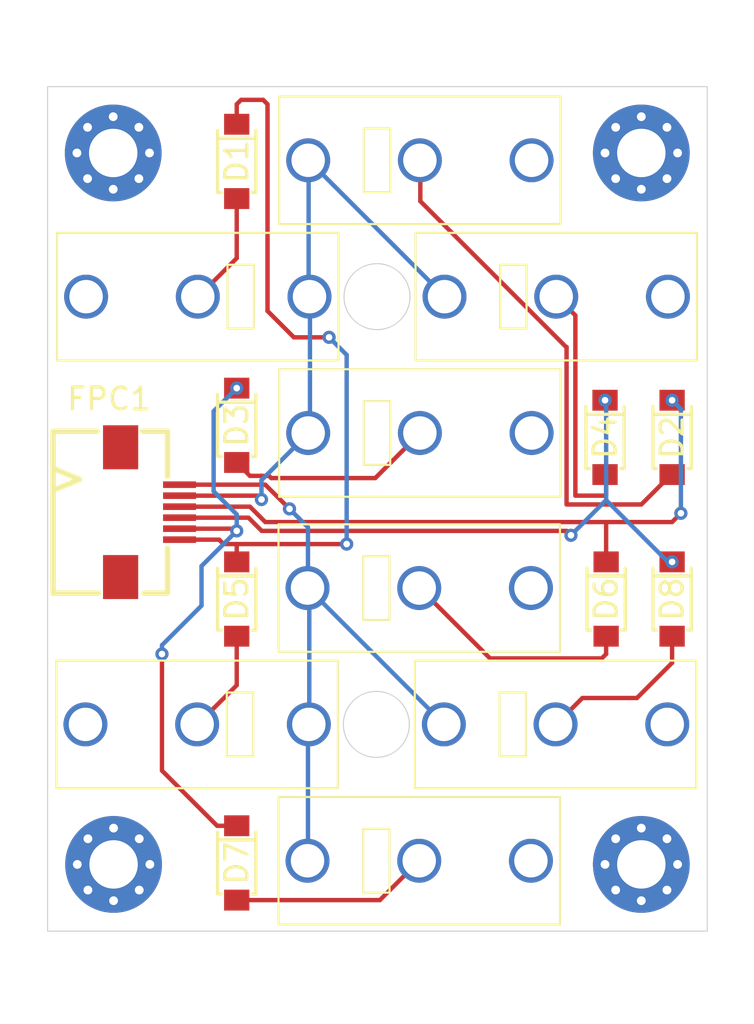
<source format=kicad_pcb>
(kicad_pcb (version 20241229) (generator "pcbnew") (generator_version "9.0")
  (layers (0 "F.Cu" signal) (2 "B.Cu" signal) (13 "F.Paste" user) (15 "B.Paste" user) (5 "F.SilkS" user "F.Silkscreen") (7 "B.SilkS" user "B.Silkscreen") (1 "F.Mask" user) (3 "B.Mask" user) (25 "Edge.Cuts" user))
  (net 0 "")
  (net 1 "row2")
  (net 2 "col5")
  (net 3 "row3")
  (net 4 "row4")
  (net 5 "row1")
  (net 6 "col6")
  (net 7 "Net-(D2-A)")
  (net 8 "Net-(D3-A)")
  (net 9 "Net-(D1-A)")
  (net 10 "Net-(D5-A)")
  (net 11 "Net-(D6-A)")
  (net 12 "Net-(D8-A)")
  (net 15 "Net-(D4-A)")
  (net 16 "Net-(D7-A)")
  (footprint "easyeda2kicad:SOD-123_L2.8-W1.8-LS3.7-RD-1" (layer "F.Cu") (at 61.65 73.5 -90)
    (property "Reference" "D2" (at 0 0 90) (layer "F.SilkS"))
    (property "Value" "1N4148W_C917030")
    (fp_line (start -1.41 0.87) (end 1.41 0.87) (stroke (width 0.15)) (layer "F.SilkS"))
    (fp_line (start 1.41 0.87) (end 1.41 0.7) (stroke (width 0.15)) (layer "F.SilkS"))
    (fp_line (start -1.41 -0.87) (end 1.41 -0.87) (stroke (width 0.15)) (layer "F.SilkS"))
    (fp_line (start -1.05 -0.87) (end -1.05 0.87) (stroke (width 0.15)) (layer "F.SilkS"))
    (fp_line (start 1.41 -0.87) (end 1.41 -0.7) (stroke (width 0.15)) (layer "F.SilkS"))
    (pad "1" smd rect (at -1.69 0 270) (size 0.95 1.15) (layers "F.Cu" "F.Mask" "F.Paste") (net 4 "row4"))
    (pad "2" smd rect (at 1.69 0 270) (size 0.95 1.15) (layers "F.Cu" "F.Mask" "F.Paste") (net 7 "Net-(D2-A)"))
  )
  (footprint "easyeda2kicad:SOD-123_L2.8-W1.8-LS3.7-RD-1" (layer "F.Cu") (at 61.65 80.85 -90)
    (property "Reference" "D8" (at 0 0 90) (layer "F.SilkS"))
    (property "Value" "1N4148W_C917030")
    (fp_line (start -1.41 0.87) (end 1.41 0.87) (stroke (width 0.15)) (layer "F.SilkS"))
    (fp_line (start 1.41 0.87) (end 1.41 0.7) (stroke (width 0.15)) (layer "F.SilkS"))
    (fp_line (start -1.41 -0.87) (end 1.41 -0.87) (stroke (width 0.15)) (layer "F.SilkS"))
    (fp_line (start -1.05 -0.87) (end -1.05 0.87) (stroke (width 0.15)) (layer "F.SilkS"))
    (fp_line (start 1.41 -0.87) (end 1.41 -0.7) (stroke (width 0.15)) (layer "F.SilkS"))
    (pad "1" smd rect (at -1.69 0 270) (size 0.95 1.15) (layers "F.Cu" "F.Mask" "F.Paste") (net 3 "row3"))
    (pad "2" smd rect (at 1.69 0 270) (size 0.95 1.15) (layers "F.Cu" "F.Mask" "F.Paste") (net 12 "Net-(D8-A)"))
  )
  (footprint "footprints:MountingHole_2.2mm_M2_Pad_Via" (layer "F.Cu") (at 36.25 92.916726)
    (property "Reference" "H4")
    (property "Value" "MountingHole")
    (pad "1" thru_hole circle (at -1.65 0) (size 0.7 0.7) (drill 0.4) (layers "*.Cu" "*.Mask"))
    (pad "1" thru_hole circle (at -1.166726 -1.166726) (size 0.7 0.7) (drill 0.4) (layers "*.Cu" "*.Mask"))
    (pad "1" thru_hole circle (at -1.166726 1.166726) (size 0.7 0.7) (drill 0.4) (layers "*.Cu" "*.Mask"))
    (pad "1" thru_hole circle (at 0 -1.65) (size 0.7 0.7) (drill 0.4) (layers "*.Cu" "*.Mask"))
    (pad "1" thru_hole circle (at 0 0) (size 4.4 4.4) (drill 2.2) (layers "*.Cu" "*.Mask"))
    (pad "1" thru_hole circle (at 0 1.65) (size 0.7 0.7) (drill 0.4) (layers "*.Cu" "*.Mask"))
    (pad "1" thru_hole circle (at 1.166726 -1.166726) (size 0.7 0.7) (drill 0.4) (layers "*.Cu" "*.Mask"))
    (pad "1" thru_hole circle (at 1.166726 1.166726) (size 0.7 0.7) (drill 0.4) (layers "*.Cu" "*.Mask"))
    (pad "1" thru_hole circle (at 1.65 0) (size 0.7 0.7) (drill 0.4) (layers "*.Cu" "*.Mask"))
  )
  (footprint "easyeda2kicad:SOD-123_L2.8-W1.8-LS3.7-RD-1" (layer "F.Cu") (at 58.6 73.5 -90)
    (property "Reference" "D4" (at 0 0 90) (layer "F.SilkS"))
    (property "Value" "1N4148W_C917030")
    (fp_line (start -1.41 0.87) (end 1.41 0.87) (stroke (width 0.15)) (layer "F.SilkS"))
    (fp_line (start 1.41 0.87) (end 1.41 0.7) (stroke (width 0.15)) (layer "F.SilkS"))
    (fp_line (start -1.41 -0.87) (end 1.41 -0.87) (stroke (width 0.15)) (layer "F.SilkS"))
    (fp_line (start -1.05 -0.87) (end -1.05 0.87) (stroke (width 0.15)) (layer "F.SilkS"))
    (fp_line (start 1.41 -0.87) (end 1.41 -0.7) (stroke (width 0.15)) (layer "F.SilkS"))
    (pad "1" smd rect (at -1.69 0 270) (size 0.95 1.15) (layers "F.Cu" "F.Mask" "F.Paste") (net 3 "row3"))
    (pad "2" smd rect (at 1.69 0 270) (size 0.95 1.15) (layers "F.Cu" "F.Mask" "F.Paste") (net 15 "Net-(D4-A)"))
  )
  (footprint "easyeda2kicad:SOD-123_L2.8-W1.8-LS3.7-RD-1" (layer "F.Cu") (at 41.85 92.85 -90)
    (property "Reference" "D7" (at 0 0 90) (layer "F.SilkS"))
    (property "Value" "1N4148W_C917030")
    (fp_line (start -1.41 0.87) (end 1.41 0.87) (stroke (width 0.15)) (layer "F.SilkS"))
    (fp_line (start 1.41 0.87) (end 1.41 0.7) (stroke (width 0.15)) (layer "F.SilkS"))
    (fp_line (start -1.41 -0.87) (end 1.41 -0.87) (stroke (width 0.15)) (layer "F.SilkS"))
    (fp_line (start -1.05 -0.87) (end -1.05 0.87) (stroke (width 0.15)) (layer "F.SilkS"))
    (fp_line (start 1.41 -0.87) (end 1.41 -0.7) (stroke (width 0.15)) (layer "F.SilkS"))
    (pad "1" smd rect (at -1.69 0 270) (size 0.95 1.15) (layers "F.Cu" "F.Mask" "F.Paste") (net 1 "row2"))
    (pad "2" smd rect (at 1.69 0 270) (size 0.95 1.15) (layers "F.Cu" "F.Mask" "F.Paste") (net 16 "Net-(D7-A)"))
  )
  (footprint "easyeda2kicad:SOD-123_L2.8-W1.8-LS3.7-RD-1" (layer "F.Cu") (at 41.85 60.95 -90)
    (property "Reference" "D1" (at 0 0 90) (layer "F.SilkS"))
    (property "Value" "1N4148W_C917030")
    (fp_line (start -1.41 0.87) (end 1.41 0.87) (stroke (width 0.15)) (layer "F.SilkS"))
    (fp_line (start 1.41 0.87) (end 1.41 0.7) (stroke (width 0.15)) (layer "F.SilkS"))
    (fp_line (start -1.41 -0.87) (end 1.41 -0.87) (stroke (width 0.15)) (layer "F.SilkS"))
    (fp_line (start -1.05 -0.87) (end -1.05 0.87) (stroke (width 0.15)) (layer "F.SilkS"))
    (fp_line (start 1.41 -0.87) (end 1.41 -0.7) (stroke (width 0.15)) (layer "F.SilkS"))
    (pad "1" smd rect (at -1.69 0 270) (size 0.95 1.15) (layers "F.Cu" "F.Mask" "F.Paste") (net 5 "row1"))
    (pad "2" smd rect (at 1.69 0 270) (size 0.95 1.15) (layers "F.Cu" "F.Mask" "F.Paste") (net 9 "Net-(D1-A)"))
  )
  (footprint "easyeda2kicad:SOD-123_L2.8-W1.8-LS3.7-RD-1" (layer "F.Cu") (at 58.65 80.85 -90)
    (property "Reference" "D6" (at 0 0 90) (layer "F.SilkS"))
    (property "Value" "1N4148W_C917030")
    (fp_line (start -1.41 0.87) (end 1.41 0.87) (stroke (width 0.15)) (layer "F.SilkS"))
    (fp_line (start 1.41 0.87) (end 1.41 0.7) (stroke (width 0.15)) (layer "F.SilkS"))
    (fp_line (start -1.41 -0.87) (end 1.41 -0.87) (stroke (width 0.15)) (layer "F.SilkS"))
    (fp_line (start -1.05 -0.87) (end -1.05 0.87) (stroke (width 0.15)) (layer "F.SilkS"))
    (fp_line (start 1.41 -0.87) (end 1.41 -0.7) (stroke (width 0.15)) (layer "F.SilkS"))
    (pad "1" smd rect (at -1.69 0 270) (size 0.95 1.15) (layers "F.Cu" "F.Mask" "F.Paste") (net 4 "row4"))
    (pad "2" smd rect (at 1.69 0 270) (size 0.95 1.15) (layers "F.Cu" "F.Mask" "F.Paste") (net 11 "Net-(D6-A)"))
  )
  (footprint "easyeda2kicad:FPC-SMD_AFC01-S06FCC-00" (layer "F.Cu") (at 37.91 76.9 -90)
    (property "Reference" "FPC1" (at -5.15 1.86 180) (layer "F.SilkS"))
    (property "Value" "AFC01-S06FCC-00")
    (fp_line (start -3.68 4.41) (end 3.7 4.41) (stroke (width 0.25)) (layer "F.SilkS"))
    (fp_line (start -1 4.4) (end -1.49 3.2) (stroke (width 0.25)) (layer "F.SilkS"))
    (fp_line (start -1.49 3.2) (end -1.99 4.41) (stroke (width 0.25)) (layer "F.SilkS"))
    (fp_line (start -3.68 2.41) (end -3.68 4.41) (stroke (width 0.25)) (layer "F.SilkS"))
    (fp_line (start 3.68 2.34) (end 3.68 4.41) (stroke (width 0.25)) (layer "F.SilkS"))
    (fp_line (start -3.68 -0.79) (end -3.68 0.34) (stroke (width 0.25)) (layer "F.SilkS"))
    (fp_line (start -3.68 -0.79) (end -1.63 -0.79) (stroke (width 0.25)) (layer "F.SilkS"))
    (fp_line (start 1.63 -0.79) (end 3.68 -0.79) (stroke (width 0.25)) (layer "F.SilkS"))
    (fp_line (start 3.68 -0.79) (end 3.68 0.27) (stroke (width 0.25)) (layer "F.SilkS"))
    (pad "1" smd rect (at -1.25 -1.34 270) (size 0.3 1.5) (layers "F.Cu" "F.Mask" "F.Paste") (net 6 "col6"))
    (pad "2" smd rect (at -0.75 -1.34 270) (size 0.3 1.5) (layers "F.Cu" "F.Mask" "F.Paste") (net 2 "col5"))
    (pad "3" smd rect (at -0.25 -1.34 270) (size 0.3 1.5) (layers "F.Cu" "F.Mask" "F.Paste") (net 4 "row4"))
    (pad "4" smd rect (at 0.25 -1.34 270) (size 0.3 1.5) (layers "F.Cu" "F.Mask" "F.Paste") (net 3 "row3"))
    (pad "5" smd rect (at 0.75 -1.34 270) (size 0.3 1.5) (layers "F.Cu" "F.Mask" "F.Paste") (net 1 "row2"))
    (pad "6" smd rect (at 1.25 -1.34 270) (size 0.3 1.5) (layers "F.Cu" "F.Mask" "F.Paste") (net 5 "row1"))
    (pad "7" smd rect (at -2.95 1.34 270) (size 2 1.6) (layers "F.Cu" "F.Mask" "F.Paste"))
    (pad "8" smd rect (at 2.95 1.34 90) (size 2 1.6) (layers "F.Cu" "F.Mask" "F.Paste"))
  )
  (footprint "footprints:MountingHole_2.2mm_M2_Pad_Via" (layer "F.Cu") (at 36.233274 60.566726)
    (property "Reference" "H3")
    (property "Value" "MountingHole")
    (pad "1" thru_hole circle (at -1.65 0) (size 0.7 0.7) (drill 0.4) (layers "*.Cu" "*.Mask"))
    (pad "1" thru_hole circle (at -1.166726 -1.166726) (size 0.7 0.7) (drill 0.4) (layers "*.Cu" "*.Mask"))
    (pad "1" thru_hole circle (at -1.166726 1.166726) (size 0.7 0.7) (drill 0.4) (layers "*.Cu" "*.Mask"))
    (pad "1" thru_hole circle (at 0 -1.65) (size 0.7 0.7) (drill 0.4) (layers "*.Cu" "*.Mask"))
    (pad "1" thru_hole circle (at 0 0) (size 4.4 4.4) (drill 2.2) (layers "*.Cu" "*.Mask"))
    (pad "1" thru_hole circle (at 0 1.65) (size 0.7 0.7) (drill 0.4) (layers "*.Cu" "*.Mask"))
    (pad "1" thru_hole circle (at 1.166726 -1.166726) (size 0.7 0.7) (drill 0.4) (layers "*.Cu" "*.Mask"))
    (pad "1" thru_hole circle (at 1.166726 1.166726) (size 0.7 0.7) (drill 0.4) (layers "*.Cu" "*.Mask"))
    (pad "1" thru_hole circle (at 1.65 0) (size 0.7 0.7) (drill 0.4) (layers "*.Cu" "*.Mask"))
  )
  (footprint "footprints:MountingHole_2.2mm_M2_Pad_Via" (layer "F.Cu") (at 60.25 92.916726)
    (property "Reference" "H5")
    (property "Value" "MountingHole")
    (pad "1" thru_hole circle (at -1.65 0) (size 0.7 0.7) (drill 0.4) (layers "*.Cu" "*.Mask"))
    (pad "1" thru_hole circle (at -1.166726 -1.166726) (size 0.7 0.7) (drill 0.4) (layers "*.Cu" "*.Mask"))
    (pad "1" thru_hole circle (at -1.166726 1.166726) (size 0.7 0.7) (drill 0.4) (layers "*.Cu" "*.Mask"))
    (pad "1" thru_hole circle (at 0 -1.65) (size 0.7 0.7) (drill 0.4) (layers "*.Cu" "*.Mask"))
    (pad "1" thru_hole circle (at 0 0) (size 4.4 4.4) (drill 2.2) (layers "*.Cu" "*.Mask"))
    (pad "1" thru_hole circle (at 0 1.65) (size 0.7 0.7) (drill 0.4) (layers "*.Cu" "*.Mask"))
    (pad "1" thru_hole circle (at 1.166726 -1.166726) (size 0.7 0.7) (drill 0.4) (layers "*.Cu" "*.Mask"))
    (pad "1" thru_hole circle (at 1.166726 1.166726) (size 0.7 0.7) (drill 0.4) (layers "*.Cu" "*.Mask"))
    (pad "1" thru_hole circle (at 1.65 0) (size 0.7 0.7) (drill 0.4) (layers "*.Cu" "*.Mask"))
  )
  (footprint "easyeda2kicad:SOD-123_L2.8-W1.8-LS3.7-RD-1" (layer "F.Cu") (at 41.85 80.85 -90)
    (property "Reference" "D5" (at 0 0 90) (layer "F.SilkS"))
    (property "Value" "1N4148W_C917030")
    (fp_line (start -1.41 0.87) (end 1.41 0.87) (stroke (width 0.15)) (layer "F.SilkS"))
    (fp_line (start 1.41 0.87) (end 1.41 0.7) (stroke (width 0.15)) (layer "F.SilkS"))
    (fp_line (start -1.41 -0.87) (end 1.41 -0.87) (stroke (width 0.15)) (layer "F.SilkS"))
    (fp_line (start -1.05 -0.87) (end -1.05 0.87) (stroke (width 0.15)) (layer "F.SilkS"))
    (fp_line (start 1.41 -0.87) (end 1.41 -0.7) (stroke (width 0.15)) (layer "F.SilkS"))
    (pad "1" smd rect (at -1.69 0 270) (size 0.95 1.15) (layers "F.Cu" "F.Mask" "F.Paste") (net 5 "row1"))
    (pad "2" smd rect (at 1.69 0 270) (size 0.95 1.15) (layers "F.Cu" "F.Mask" "F.Paste") (net 10 "Net-(D5-A)"))
  )
  (footprint "easyeda2kicad:SOD-123_L2.8-W1.8-LS3.7-RD-1" (layer "F.Cu") (at 41.85 72.95 -90)
    (property "Reference" "D3" (at 0 0 90) (layer "F.SilkS"))
    (property "Value" "1N4148W_C917030")
    (fp_line (start -1.41 0.87) (end 1.41 0.87) (stroke (width 0.15)) (layer "F.SilkS"))
    (fp_line (start 1.41 0.87) (end 1.41 0.7) (stroke (width 0.15)) (layer "F.SilkS"))
    (fp_line (start -1.41 -0.87) (end 1.41 -0.87) (stroke (width 0.15)) (layer "F.SilkS"))
    (fp_line (start -1.05 -0.87) (end -1.05 0.87) (stroke (width 0.15)) (layer "F.SilkS"))
    (fp_line (start 1.41 -0.87) (end 1.41 -0.7) (stroke (width 0.15)) (layer "F.SilkS"))
    (pad "1" smd rect (at -1.69 0 270) (size 0.95 1.15) (layers "F.Cu" "F.Mask" "F.Paste") (net 1 "row2"))
    (pad "2" smd rect (at 1.69 0 270) (size 0.95 1.15) (layers "F.Cu" "F.Mask" "F.Paste") (net 8 "Net-(D3-A)"))
  )
  (footprint "footprints:mouse-switch-cluster" (layer "F.Cu") (at 48.2 86.55 90)
    (property "Reference" "SW2" (hide yes))
    (property "Value" "~")
    (fp_rect (start 1.45 -5.6) (end -1.45 -6.8) (stroke (width 0.1)) (fill no) (layer "F.SilkS"))
    (fp_rect (start 3.3 -4.45) (end 9.1 8.35) (stroke (width 0.1)) (fill no) (layer "F.SilkS"))
    (fp_rect (start -9.1 -4.45) (end -3.3 8.35) (stroke (width 0.1)) (fill no) (layer "F.SilkS"))
    (fp_rect (start 2.9 -1.75) (end -2.9 -14.55) (stroke (width 0.1)) (fill no) (layer "F.SilkS"))
    (fp_rect (start 4.75 -0.6) (end 7.65 0.6) (stroke (width 0.1)) (fill no) (layer "F.SilkS"))
    (fp_rect (start -7.65 -0.6) (end -4.75 0.6) (stroke (width 0.1)) (fill no) (layer "F.SilkS"))
    (fp_rect (start -2.9 1.75) (end 2.9 14.55) (stroke (width 0.1)) (fill no) (layer "F.SilkS"))
    (fp_rect (start -1.45 5.6) (end 1.45 6.8) (stroke (width 0.1)) (fill no) (layer "F.SilkS"))
    (fp_circle (center 0 0) (end 1.5 0) (stroke (width 0.05)) (fill no) (layer "Edge.Cuts"))
    (pad "" thru_hole circle (at -6.2 7.03 90) (size 2 2) (drill 1.52) (layers "*.Cu" "*.Mask"))
    (pad "" thru_hole circle (at 0 -13.23 270) (size 2 2) (drill 1.52) (layers "*.Cu" "*.Mask"))
    (pad "" thru_hole circle (at 0 13.23 90) (size 2 2) (drill 1.52) (layers "*.Cu" "*.Mask"))
    (pad "" thru_hole circle (at 6.2 7.03 90) (size 2 2) (drill 1.52) (layers "*.Cu" "*.Mask"))
    (pad "1" thru_hole circle (at 0 -3.07 270) (size 2 2) (drill 1.52) (layers "*.Cu" "*.Mask") (net 6 "col6"))
    (pad "2" thru_hole circle (at 0 -8.15 270) (size 2 2) (drill 1.52) (layers "*.Cu" "*.Mask") (net 10 "Net-(D5-A)"))
    (pad "3" thru_hole circle (at -6.2 -3.13 90) (size 2 2) (drill 1.52) (layers "*.Cu" "*.Mask") (net 6 "col6"))
    (pad "4" thru_hole circle (at -6.2 1.95 90) (size 2 2) (drill 1.52) (layers "*.Cu" "*.Mask") (net 16 "Net-(D7-A)"))
    (pad "5" thru_hole circle (at 0 3.07 90) (size 2 2) (drill 1.52) (layers "*.Cu" "*.Mask") (net 6 "col6"))
    (pad "6" thru_hole circle (at 0 8.15 90) (size 2 2) (drill 1.52) (layers "*.Cu" "*.Mask") (net 12 "Net-(D8-A)"))
    (pad "7" thru_hole circle (at 6.2 -3.13 90) (size 2 2) (drill 1.52) (layers "*.Cu" "*.Mask") (net 6 "col6"))
    (pad "8" thru_hole circle (at 6.2 1.95 90) (size 2 2) (drill 1.52) (layers "*.Cu" "*.Mask") (net 11 "Net-(D6-A)"))
  )
  (footprint "footprints:mouse-switch-cluster" (layer "F.Cu") (at 48.23 67.1 90)
    (property "Reference" "SW1" (hide yes))
    (property "Value" "~")
    (fp_rect (start 1.45 -5.6) (end -1.45 -6.8) (stroke (width 0.1)) (fill no) (layer "F.SilkS"))
    (fp_rect (start 3.3 -4.45) (end 9.1 8.35) (stroke (width 0.1)) (fill no) (layer "F.SilkS"))
    (fp_rect (start -9.1 -4.45) (end -3.3 8.35) (stroke (width 0.1)) (fill no) (layer "F.SilkS"))
    (fp_rect (start 2.9 -1.75) (end -2.9 -14.55) (stroke (width 0.1)) (fill no) (layer "F.SilkS"))
    (fp_rect (start 4.75 -0.6) (end 7.65 0.6) (stroke (width 0.1)) (fill no) (layer "F.SilkS"))
    (fp_rect (start -7.65 -0.6) (end -4.75 0.6) (stroke (width 0.1)) (fill no) (layer "F.SilkS"))
    (fp_rect (start -2.9 1.75) (end 2.9 14.55) (stroke (width 0.1)) (fill no) (layer "F.SilkS"))
    (fp_rect (start -1.45 5.6) (end 1.45 6.8) (stroke (width 0.1)) (fill no) (layer "F.SilkS"))
    (fp_circle (center 0 0) (end 1.5 0) (stroke (width 0.05)) (fill no) (layer "Edge.Cuts"))
    (pad "" thru_hole circle (at -6.2 7.03 90) (size 2 2) (drill 1.52) (layers "*.Cu" "*.Mask"))
    (pad "" thru_hole circle (at 0 -13.23 270) (size 2 2) (drill 1.52) (layers "*.Cu" "*.Mask"))
    (pad "" thru_hole circle (at 0 13.23 90) (size 2 2) (drill 1.52) (layers "*.Cu" "*.Mask"))
    (pad "" thru_hole circle (at 6.2 7.03 90) (size 2 2) (drill 1.52) (layers "*.Cu" "*.Mask"))
    (pad "1" thru_hole circle (at 0 -3.07 270) (size 2 2) (drill 1.52) (layers "*.Cu" "*.Mask") (net 2 "col5"))
    (pad "2" thru_hole circle (at 0 -8.15 270) (size 2 2) (drill 1.52) (layers "*.Cu" "*.Mask") (net 9 "Net-(D1-A)"))
    (pad "3" thru_hole circle (at -6.2 -3.13 90) (size 2 2) (drill 1.52) (layers "*.Cu" "*.Mask") (net 2 "col5"))
    (pad "4" thru_hole circle (at -6.2 1.95 90) (size 2 2) (drill 1.52) (layers "*.Cu" "*.Mask") (net 8 "Net-(D3-A)"))
    (pad "5" thru_hole circle (at 0 3.07 90) (size 2 2) (drill 1.52) (layers "*.Cu" "*.Mask") (net 2 "col5"))
    (pad "6" thru_hole circle (at 0 8.15 90) (size 2 2) (drill 1.52) (layers "*.Cu" "*.Mask") (net 15 "Net-(D4-A)"))
    (pad "7" thru_hole circle (at 6.2 -3.13 90) (size 2 2) (drill 1.52) (layers "*.Cu" "*.Mask") (net 2 "col5"))
    (pad "8" thru_hole circle (at 6.2 1.95 90) (size 2 2) (drill 1.52) (layers "*.Cu" "*.Mask") (net 7 "Net-(D2-A)"))
  )
  (footprint "footprints:MountingHole_2.2mm_M2_Pad_Via" (layer "F.Cu") (at 60.25 60.566726)
    (property "Reference" "H6")
    (property "Value" "MountingHole")
    (pad "1" thru_hole circle (at -1.65 0) (size 0.7 0.7) (drill 0.4) (layers "*.Cu" "*.Mask"))
    (pad "1" thru_hole circle (at -1.166726 -1.166726) (size 0.7 0.7) (drill 0.4) (layers "*.Cu" "*.Mask"))
    (pad "1" thru_hole circle (at -1.166726 1.166726) (size 0.7 0.7) (drill 0.4) (layers "*.Cu" "*.Mask"))
    (pad "1" thru_hole circle (at 0 -1.65) (size 0.7 0.7) (drill 0.4) (layers "*.Cu" "*.Mask"))
    (pad "1" thru_hole circle (at 0 0) (size 4.4 4.4) (drill 2.2) (layers "*.Cu" "*.Mask"))
    (pad "1" thru_hole circle (at 0 1.65) (size 0.7 0.7) (drill 0.4) (layers "*.Cu" "*.Mask"))
    (pad "1" thru_hole circle (at 1.166726 -1.166726) (size 0.7 0.7) (drill 0.4) (layers "*.Cu" "*.Mask"))
    (pad "1" thru_hole circle (at 1.166726 1.166726) (size 0.7 0.7) (drill 0.4) (layers "*.Cu" "*.Mask"))
    (pad "1" thru_hole circle (at 1.65 0) (size 0.7 0.7) (drill 0.4) (layers "*.Cu" "*.Mask"))
  )
  (gr_rect (start 33.25 57.55) (end 63.25 95.95) (stroke (width 0.05)) (fill no) (layer "Edge.Cuts"))
  (segment (start 40.96 91.16) (end 38.45 88.65) (width 0.2) (layer "F.Cu") (net 1))
  (segment (start 41.85 91.16) (end 40.96 91.16) (width 0.2) (layer "F.Cu") (net 1))
  (segment (start 41.75 77.65) (end 41.85 77.75) (width 0.2) (layer "F.Cu") (net 1))
  (segment (start 38.45 88.65) (end 38.45 83.35) (width 0.2) (layer "F.Cu") (net 1))
  (segment (start 39.25 77.65) (end 41.75 77.65) (width 0.2) (layer "F.Cu") (net 1))
  (via (at 38.45 83.35) (size 0.6) (drill 0.3) (layers "F.Cu" "B.Cu") (net 1))
  (via (at 41.85 77.75) (size 0.6) (drill 0.3) (layers "F.Cu" "B.Cu") (net 1))
  (via (at 41.85 71.26) (size 0.6) (drill 0.3) (layers "F.Cu" "B.Cu") (net 1))
  (segment (start 38.45 83.35) (end 38.45 82.95) (width 0.2) (layer "B.Cu") (net 1))
  (segment (start 40.25 79.35) (end 41.85 77.75) (width 0.2) (layer "B.Cu") (net 1))
  (segment (start 41.85 77.75) (end 41.85 77) (width 0.2) (layer "B.Cu") (net 1))
  (segment (start 41.85 77) (end 40.8 75.95) (width 0.2) (layer "B.Cu") (net 1))
  (segment (start 40.8 75.95) (end 40.8 72.31) (width 0.2) (layer "B.Cu") (net 1))
  (segment (start 40.8 72.31) (end 41.85 71.26) (width 0.2) (layer "B.Cu") (net 1))
  (segment (start 38.45 82.95) (end 40.25 81.15) (width 0.2) (layer "B.Cu") (net 1))
  (segment (start 40.25 81.15) (end 40.25 79.35) (width 0.2) (layer "B.Cu") (net 1))
  (segment (start 42.975735 76.324265) (end 42.80147 76.15) (width 0.2) (layer "F.Cu") (net 2))
  (segment (start 42.80147 76.15) (end 39.25 76.15) (width 0.2) (layer "F.Cu") (net 2))
  (via (at 42.975735 76.324265) (size 0.6) (drill 0.3) (layers "F.Cu" "B.Cu") (net 2))
  (segment (start 45.18 67.1) (end 45.18 73.24) (width 0.2) (layer "B.Cu") (net 2))
  (segment (start 45.12 73.3) (end 42.975735 75.444265) (width 0.2) (layer "B.Cu") (net 2))
  (segment (start 45.12 60.9) (end 45.12 67.04) (width 0.2) (layer "B.Cu") (net 2))
  (segment (start 45.12 67.04) (end 45.18 67.1) (width 0.2) (layer "B.Cu") (net 2))
  (segment (start 45.18 73.24) (end 45.12 73.3) (width 0.2) (layer "B.Cu") (net 2))
  (segment (start 42.975735 75.444265) (end 42.975735 76.324265) (width 0.2) (layer "B.Cu") (net 2))
  (segment (start 51.32 67.1) (end 45.12 60.9) (width 0.2) (layer "B.Cu") (net 2))
  (segment (start 56.85 77.75) (end 42.984427 77.75) (width 0.2) (layer "F.Cu") (net 3))
  (segment (start 42.384427 77.15) (end 39.25 77.15) (width 0.2) (layer "F.Cu") (net 3))
  (segment (start 57.05 77.95) (end 56.85 77.75) (width 0.2) (layer "F.Cu") (net 3))
  (segment (start 42.984427 77.75) (end 42.384427 77.15) (width 0.2) (layer "F.Cu") (net 3))
  (via (at 57.05 77.95) (size 0.6) (drill 0.3) (layers "F.Cu" "B.Cu") (net 3))
  (via (at 58.6 71.81) (size 0.6) (drill 0.3) (layers "F.Cu" "B.Cu") (net 3))
  (via (at 61.65 79.16) (size 0.6) (drill 0.3) (layers "F.Cu" "B.Cu") (net 3))
  (segment (start 61.46 79.16) (end 61.65 79.16) (width 0.2) (layer "B.Cu") (net 3))
  (segment (start 57.05 77.95) (end 58.65 76.35) (width 0.2) (layer "B.Cu") (net 3))
  (segment (start 58.65 76.35) (end 61.46 79.16) (width 0.2) (layer "B.Cu") (net 3))
  (segment (start 58.65 76.35) (end 58.65 71.86) (width 0.2) (layer "B.Cu") (net 3))
  (segment (start 58.65 71.86) (end 58.6 71.81) (width 0.2) (layer "B.Cu") (net 3))
  (segment (start 61.65 77.35) (end 62.05 76.95) (width 0.2) (layer "F.Cu") (net 4))
  (segment (start 39.25 76.65) (end 42.451527 76.65) (width 0.2) (layer "F.Cu") (net 4))
  (segment (start 58.65 77.35) (end 61.65 77.35) (width 0.2) (layer "F.Cu") (net 4))
  (segment (start 43.151527 77.35) (end 58.65 77.35) (width 0.2) (layer "F.Cu") (net 4))
  (segment (start 42.451527 76.65) (end 43.151527 77.35) (width 0.2) (layer "F.Cu") (net 4))
  (segment (start 58.65 77.35) (end 58.65 78.95) (width 0.2) (layer "F.Cu") (net 4))
  (via (at 61.65 71.81) (size 0.6) (drill 0.3) (layers "F.Cu" "B.Cu") (net 4))
  (via (at 62.05 76.95) (size 0.6) (drill 0.3) (layers "F.Cu" "B.Cu") (net 4))
  (segment (start 62.05 72.21) (end 61.65 71.81) (width 0.2) (layer "B.Cu") (net 4))
  (segment (start 62.05 76.95) (end 62.05 72.21) (width 0.2) (layer "B.Cu") (net 4))
  (segment (start 43.25 67.75) (end 43.25 58.35) (width 0.2) (layer "F.Cu") (net 5))
  (segment (start 41.05 78.15) (end 41.251 78.351) (width 0.2) (layer "F.Cu") (net 5))
  (segment (start 46.05 68.95) (end 44.45 68.95) (width 0.2) (layer "F.Cu") (net 5))
  (segment (start 43.25 58.35) (end 43.051 58.151) (width 0.2) (layer "F.Cu") (net 5))
  (segment (start 41.05 78.15) (end 39.25 78.15) (width 0.2) (layer "F.Cu") (net 5))
  (segment (start 44.45 68.95) (end 43.25 67.75) (width 0.2) (layer "F.Cu") (net 5))
  (segment (start 41.85 79.16) (end 41.85 78.351) (width 0.2) (layer "F.Cu") (net 5))
  (segment (start 41.85 78.351) (end 46.849 78.351) (width 0.2) (layer "F.Cu") (net 5))
  (segment (start 46.849 78.351) (end 46.85 78.35) (width 0.2) (layer "F.Cu") (net 5))
  (segment (start 43.051 58.151) (end 42.05 58.151) (width 0.2) (layer "F.Cu") (net 5))
  (segment (start 41.251 78.351) (end 41.85 78.351) (width 0.2) (layer "F.Cu") (net 5))
  (segment (start 41.85 58.351) (end 41.85 59.15) (width 0.2) (layer "F.Cu") (net 5))
  (segment (start 42.05 58.151) (end 41.85 58.351) (width 0.2) (layer "F.Cu") (net 5))
  (via (at 46.05 68.95) (size 0.6) (drill 0.3) (layers "F.Cu" "B.Cu") (net 5))
  (via (at 46.85 78.35) (size 0.6) (drill 0.3) (layers "F.Cu" "B.Cu") (net 5))
  (segment (start 46.85 78.35) (end 46.85 69.75) (width 0.2) (layer "B.Cu") (net 5))
  (segment (start 46.85 69.75) (end 46.05 68.95) (width 0.2) (layer "B.Cu") (net 5))
  (segment (start 44.25 76.75) (end 43.15 75.65) (width 0.2) (layer "F.Cu") (net 6))
  (segment (start 43.15 75.65) (end 39.25 75.65) (width 0.2) (layer "F.Cu") (net 6))
  (via (at 44.25 76.75) (size 0.6) (drill 0.3) (layers "F.Cu" "B.Cu") (net 6))
  (segment (start 45.09 80.35) (end 45.09 77.59) (width 0.2) (layer "B.Cu") (net 6))
  (segment (start 45.09 86.61) (end 45.15 86.55) (width 0.2) (layer "B.Cu") (net 6))
  (segment (start 45.09 80.35) (end 51.29 86.55) (width 0.2) (layer "B.Cu") (net 6))
  (segment (start 45.15 80.41) (end 45.09 80.35) (width 0.2) (layer "B.Cu") (net 6))
  (segment (start 45.15 86.55) (end 45.15 80.41) (width 0.2) (layer "B.Cu") (net 6))
  (segment (start 45.09 77.59) (end 44.25 76.75) (width 0.2) (layer "B.Cu") (net 6))
  (segment (start 45.09 92.75) (end 45.09 86.61) (width 0.2) (layer "B.Cu") (net 6))
  (segment (start 60.25 76.55) (end 56.85 76.55) (width 0.2) (layer "F.Cu") (net 7))
  (segment (start 56.85 76.55) (end 56.85 69.389892) (width 0.2) (layer "F.Cu") (net 7))
  (segment (start 56.85 69.389892) (end 56.83 69.389892) (width 0.2) (layer "F.Cu") (net 7))
  (segment (start 50.2 62.759892) (end 50.2 60.9) (width 0.2) (layer "F.Cu") (net 7))
  (segment (start 61.65 75.15) (end 60.25 76.55) (width 0.2) (layer "F.Cu") (net 7))
  (segment (start 56.83 69.389892) (end 50.2 62.759892) (width 0.2) (layer "F.Cu") (net 7))
  (segment (start 42.9839 75.249) (end 42.951 75.249) (width 0.2) (layer "F.Cu") (net 8))
  (segment (start 43.3161 75.249) (end 42.9839 75.249) (width 0.2) (layer "F.Cu") (net 8))
  (segment (start 42.449 75.249) (end 41.85 74.65) (width 0.2) (layer "F.Cu") (net 8))
  (segment (start 50.2 73.3) (end 48.15 75.35) (width 0.2) (layer "F.Cu") (net 8))
  (segment (start 43.4171 75.35) (end 43.3161 75.249) (width 0.2) (layer "F.Cu") (net 8))
  (segment (start 48.15 75.35) (end 43.4171 75.35) (width 0.2) (layer "F.Cu") (net 8))
  (segment (start 42.951 75.249) (end 42.449 75.249) (width 0.2) (layer "F.Cu") (net 8))
  (segment (start 41.85 65.35) (end 41.85 62.45) (width 0.2) (layer "F.Cu") (net 9))
  (segment (start 40.1 67.1) (end 41.85 65.35) (width 0.2) (layer "F.Cu") (net 9))
  (segment (start 41.85 84.77) (end 41.85 82.4) (width 0.2) (layer "F.Cu") (net 10))
  (segment (start 40.07 86.55) (end 41.85 84.77) (width 0.2) (layer "F.Cu") (net 10))
  (segment (start 58.45 83.55) (end 58.65 83.35) (width 0.2) (layer "F.Cu") (net 11))
  (segment (start 53.37 83.55) (end 58.45 83.55) (width 0.2) (layer "F.Cu") (net 11))
  (segment (start 58.65 83.35) (end 58.65 82.25) (width 0.2) (layer "F.Cu") (net 11))
  (segment (start 50.17 80.35) (end 53.37 83.55) (width 0.2) (layer "F.Cu") (net 11))
  (segment (start 57.57 85.35) (end 60.05 85.35) (width 0.2) (layer "F.Cu") (net 12))
  (segment (start 60.05 85.35) (end 61.65 83.75) (width 0.2) (layer "F.Cu") (net 12))
  (segment (start 56.37 86.55) (end 57.57 85.35) (width 0.2) (layer "F.Cu") (net 12))
  (segment (start 61.65 83.75) (end 61.65 82.25) (width 0.2) (layer "F.Cu") (net 12))
  (segment (start 57.251 67.951) (end 57.251 76.149) (width 0.2) (layer "F.Cu") (net 15))
  (segment (start 56.4 67.1) (end 57.251 67.951) (width 0.2) (layer "F.Cu") (net 15))
  (segment (start 57.251 76.149) (end 58.65 76.149) (width 0.2) (layer "F.Cu") (net 15))
  (segment (start 58.65 76.149) (end 58.65 75.15) (width 0.2) (layer "F.Cu") (net 15))
  (segment (start 50.15 92.75) (end 48.36 94.54) (width 0.2) (layer "F.Cu") (net 16))
  (segment (start 49.95 92.75) (end 50.17 92.75) (width 0.2) (layer "F.Cu") (net 16))
  (segment (start 48.36 94.54) (end 41.85 94.54) (width 0.2) (layer "F.Cu") (net 16))
  (segment (start 41.85 94.54) (end 42.01 94.7) (width 0.2) (layer "F.Cu") (net 16))
)
</source>
